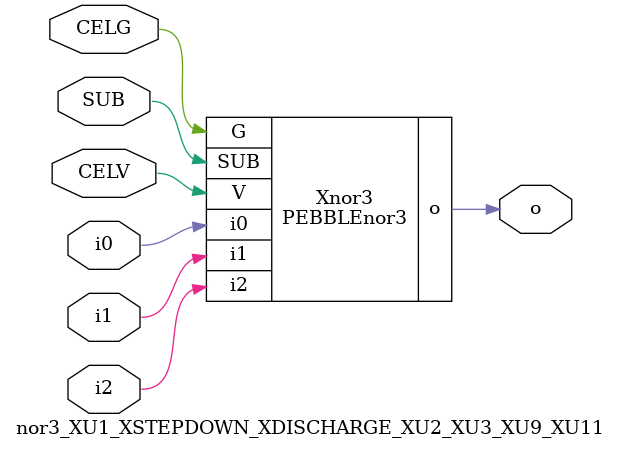
<source format=v>



module PEBBLEnor3 ( o, G, SUB, V, i0, i1, i2 );

  input i0;
  input V;
  input i2;
  input i1;
  input G;
  output o;
  input SUB;
endmodule

//Celera Confidential Do Not Copy nor3_XU1_XSTEPDOWN_XDISCHARGE_XU2_XU3_XU9_XU11
//Celera Confidential Symbol Generator
//NOR3
module nor3_XU1_XSTEPDOWN_XDISCHARGE_XU2_XU3_XU9_XU11 (CELV,CELG,i0,i1,i2,o,SUB);
input CELV;
input CELG;
input i0;
input i1;
input i2;
input SUB;
output o;

//Celera Confidential Do Not Copy nor3
PEBBLEnor3 Xnor3(
.V (CELV),
.i0 (i0),
.i1 (i1),
.i2 (i2),
.o (o),
.SUB (SUB),
.G (CELG)
);
//,diesize,PEBBLEnor3

//Celera Confidential Do Not Copy Module End
//Celera Schematic Generator
endmodule

</source>
